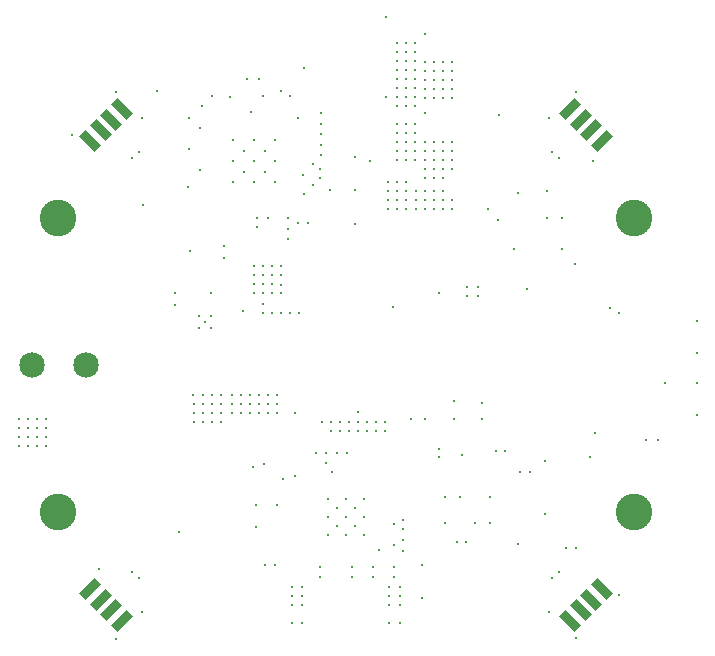
<source format=gbs>
G04 Layer_Color=16711935*
%FSAX25Y25*%
%MOIN*%
G70*
G01*
G75*
%ADD63C,0.12205*%
G04:AMPARAMS|DCode=70|XSize=31.5mil|YSize=70.87mil|CornerRadius=0mil|HoleSize=0mil|Usage=FLASHONLY|Rotation=135.000|XOffset=0mil|YOffset=0mil|HoleType=Round|Shape=Rectangle|*
%AMROTATEDRECTD70*
4,1,4,0.03619,0.01392,-0.01392,-0.03619,-0.03619,-0.01392,0.01392,0.03619,0.03619,0.01392,0.0*
%
%ADD70ROTATEDRECTD70*%

G04:AMPARAMS|DCode=71|XSize=31.5mil|YSize=70.87mil|CornerRadius=0mil|HoleSize=0mil|Usage=FLASHONLY|Rotation=225.000|XOffset=0mil|YOffset=0mil|HoleType=Round|Shape=Rectangle|*
%AMROTATEDRECTD71*
4,1,4,-0.01392,0.03619,0.03619,-0.01392,0.01392,-0.03619,-0.03619,0.01392,-0.01392,0.03619,0.0*
%
%ADD71ROTATEDRECTD71*%

%ADD129C,0.08500*%
%ADD130C,0.01200*%
D63*
X0300000Y0264500D02*
D03*
X0492000D02*
D03*
Y0362500D02*
D03*
X0300000D02*
D03*
D70*
X0310697Y0238803D02*
D03*
X0314232Y0235268D02*
D03*
X0317740Y0231760D02*
D03*
X0321303Y0228197D02*
D03*
X0481303Y0388197D02*
D03*
X0477768Y0391732D02*
D03*
X0474260Y0395240D02*
D03*
X0470697Y0398803D02*
D03*
D71*
Y0228197D02*
D03*
X0474232Y0231732D02*
D03*
X0477740Y0235240D02*
D03*
X0481303Y0238803D02*
D03*
X0321303Y0398803D02*
D03*
X0317768Y0395268D02*
D03*
X0314260Y0391760D02*
D03*
X0310697Y0388197D02*
D03*
D129*
X0309500Y0313500D02*
D03*
X0291500D02*
D03*
D130*
X0431500Y0402500D02*
D03*
X0468071Y0362500D02*
D03*
X0379000Y0276386D02*
D03*
X0375150Y0275441D02*
D03*
X0368500Y0334000D02*
D03*
Y0331000D02*
D03*
X0380500D02*
D03*
X0287000Y0289500D02*
D03*
X0290000D02*
D03*
X0293000D02*
D03*
X0296000D02*
D03*
X0287000Y0292500D02*
D03*
X0290000D02*
D03*
X0293000D02*
D03*
X0296000D02*
D03*
X0287000Y0295500D02*
D03*
X0290000D02*
D03*
X0293000D02*
D03*
X0296000D02*
D03*
X0287000Y0286500D02*
D03*
X0290000D02*
D03*
X0293000D02*
D03*
X0296000D02*
D03*
X0345000Y0303500D02*
D03*
X0345500Y0294500D02*
D03*
X0354500D02*
D03*
X0351500D02*
D03*
X0348500D02*
D03*
X0345500Y0297500D02*
D03*
Y0300500D02*
D03*
X0380000Y0396000D02*
D03*
X0339000Y0333500D02*
D03*
X0344000Y0351500D02*
D03*
X0355500Y0353228D02*
D03*
X0374500Y0343500D02*
D03*
X0365500Y0346500D02*
D03*
Y0343500D02*
D03*
Y0340500D02*
D03*
Y0337500D02*
D03*
X0374500Y0346500D02*
D03*
Y0340250D02*
D03*
Y0337500D02*
D03*
X0371500Y0346500D02*
D03*
X0368500D02*
D03*
X0371500Y0343500D02*
D03*
X0368500D02*
D03*
Y0340500D02*
D03*
X0371500D02*
D03*
Y0337500D02*
D03*
X0368500D02*
D03*
X0399000Y0360500D02*
D03*
X0463000Y0362500D02*
D03*
X0462500Y0264000D02*
D03*
X0328500Y0367000D02*
D03*
X0340500Y0258000D02*
D03*
X0425500Y0408500D02*
D03*
X0422476Y0423976D02*
D03*
X0441421Y0300705D02*
D03*
X0456547Y0338925D02*
D03*
X0310697Y0388197D02*
D03*
X0321303Y0398803D02*
D03*
X0470697D02*
D03*
X0481303Y0388197D02*
D03*
Y0238803D02*
D03*
X0470697Y0228197D02*
D03*
X0310697Y0238803D02*
D03*
X0321303Y0228197D02*
D03*
X0496000Y0288500D02*
D03*
X0500000D02*
D03*
X0502500Y0307382D02*
D03*
X0447000Y0397000D02*
D03*
X0333000Y0405000D02*
D03*
X0382000Y0412500D02*
D03*
X0327141Y0384641D02*
D03*
X0343500Y0373000D02*
D03*
X0324859Y0244641D02*
D03*
X0378000Y0239500D02*
D03*
X0381500D02*
D03*
X0324859Y0382359D02*
D03*
X0327141Y0242359D02*
D03*
X0464859Y0384641D02*
D03*
X0467141Y0244641D02*
D03*
X0464859Y0242359D02*
D03*
X0453500Y0254000D02*
D03*
X0467141Y0382359D02*
D03*
X0441500Y0295500D02*
D03*
X0388000Y0294500D02*
D03*
X0410500Y0233500D02*
D03*
Y0236500D02*
D03*
Y0239500D02*
D03*
Y0227500D02*
D03*
X0414000Y0233500D02*
D03*
Y0236500D02*
D03*
Y0227500D02*
D03*
Y0239500D02*
D03*
X0378000Y0227500D02*
D03*
Y0233500D02*
D03*
Y0236500D02*
D03*
X0381500Y0227500D02*
D03*
Y0233500D02*
D03*
Y0236500D02*
D03*
X0372886Y0267000D02*
D03*
X0366000D02*
D03*
X0409386Y0429500D02*
D03*
Y0403000D02*
D03*
X0361772Y0331500D02*
D03*
X0453500Y0371000D02*
D03*
X0463000Y0371386D02*
D03*
X0407000Y0252000D02*
D03*
X0457500Y0278000D02*
D03*
X0472500Y0347272D02*
D03*
X0468071Y0352134D02*
D03*
X0451929D02*
D03*
X0364500Y0397969D02*
D03*
X0355500Y0349272D02*
D03*
X0351000Y0337500D02*
D03*
X0339000D02*
D03*
X0376614Y0359000D02*
D03*
Y0362500D02*
D03*
X0376772Y0355500D02*
D03*
X0343728Y0385500D02*
D03*
X0363000Y0408886D02*
D03*
X0367000Y0408728D02*
D03*
X0454000Y0278000D02*
D03*
X0389500Y0284114D02*
D03*
X0386000D02*
D03*
X0391500Y0278000D02*
D03*
X0427000Y0285500D02*
D03*
X0426886Y0337500D02*
D03*
X0446000Y0285000D02*
D03*
X0422500Y0295500D02*
D03*
X0432000D02*
D03*
X0436500Y0339614D02*
D03*
X0440000D02*
D03*
X0487114Y0331000D02*
D03*
X0477500Y0283000D02*
D03*
X0368850Y0280559D02*
D03*
X0365000Y0279614D02*
D03*
X0400000Y0298000D02*
D03*
X0422476Y0397476D02*
D03*
X0343728Y0396000D02*
D03*
X0351500Y0403272D02*
D03*
X0399000Y0382772D02*
D03*
X0390772Y0372000D02*
D03*
X0399000Y0371886D02*
D03*
X0383500Y0360886D02*
D03*
X0366500Y0359386D02*
D03*
X0380000Y0360886D02*
D03*
X0366500Y0362614D02*
D03*
X0370000D02*
D03*
X0446614Y0362000D02*
D03*
X0411850Y0332750D02*
D03*
X0417866Y0295429D02*
D03*
X0463833Y0395758D02*
D03*
X0319220Y0404628D02*
D03*
X0472780Y0222372D02*
D03*
X0328167Y0231242D02*
D03*
X0472742Y0404667D02*
D03*
X0478219Y0381371D02*
D03*
X0304833Y0390242D02*
D03*
X0328129Y0395719D02*
D03*
X0319258Y0222333D02*
D03*
X0313781Y0245629D02*
D03*
X0487167Y0236758D02*
D03*
X0472772Y0252500D02*
D03*
X0462453Y0281547D02*
D03*
X0463871Y0231281D02*
D03*
X0469228Y0252500D02*
D03*
X0432000Y0301500D02*
D03*
X0443921Y0269661D02*
D03*
Y0261000D02*
D03*
X0439000D02*
D03*
X0436114Y0254500D02*
D03*
X0429157Y0261000D02*
D03*
X0432886Y0254500D02*
D03*
X0387500Y0242886D02*
D03*
X0412000D02*
D03*
X0405000D02*
D03*
X0398000D02*
D03*
X0421500Y0235988D02*
D03*
X0369000Y0246886D02*
D03*
X0372500Y0246886D02*
D03*
X0366000Y0259596D02*
D03*
X0389500Y0280886D02*
D03*
X0411886Y0260500D02*
D03*
Y0253500D02*
D03*
X0387500Y0246114D02*
D03*
X0374542Y0404957D02*
D03*
X0404000Y0381500D02*
D03*
X0387772Y0390500D02*
D03*
Y0383500D02*
D03*
Y0387000D02*
D03*
Y0397500D02*
D03*
X0387614Y0394000D02*
D03*
X0368500Y0403272D02*
D03*
X0357500Y0403000D02*
D03*
X0377383Y0403272D02*
D03*
X0348000Y0399728D02*
D03*
X0347272Y0392500D02*
D03*
X0347500Y0378500D02*
D03*
X0436500Y0336386D02*
D03*
X0440000D02*
D03*
X0483886Y0332500D02*
D03*
X0479000Y0291000D02*
D03*
X0415114Y0262000D02*
D03*
Y0258750D02*
D03*
Y0251500D02*
D03*
Y0255250D02*
D03*
X0396500Y0284114D02*
D03*
X0393000D02*
D03*
X0398000Y0246114D02*
D03*
X0405000D02*
D03*
X0412000D02*
D03*
X0421500Y0247012D02*
D03*
X0449000Y0285000D02*
D03*
X0434772Y0283500D02*
D03*
X0427000Y0282869D02*
D03*
X0434079Y0269661D02*
D03*
X0429157D02*
D03*
X0358500Y0388500D02*
D03*
X0365500D02*
D03*
X0372500D02*
D03*
X0369000Y0385000D02*
D03*
X0362000D02*
D03*
X0369000Y0378000D02*
D03*
X0372500Y0381500D02*
D03*
X0358500D02*
D03*
X0362000Y0378000D02*
D03*
X0372500Y0374500D02*
D03*
X0365500D02*
D03*
X0358500D02*
D03*
X0365500Y0381500D02*
D03*
X0410000Y0365500D02*
D03*
Y0368500D02*
D03*
Y0371500D02*
D03*
Y0374500D02*
D03*
X0416000D02*
D03*
X0413000D02*
D03*
X0416000Y0371500D02*
D03*
X0413000D02*
D03*
Y0368500D02*
D03*
X0416000D02*
D03*
Y0365500D02*
D03*
X0413000D02*
D03*
Y0412000D02*
D03*
X0416000D02*
D03*
X0419000D02*
D03*
Y0415000D02*
D03*
X0416000D02*
D03*
X0413000D02*
D03*
Y0418000D02*
D03*
X0416000D02*
D03*
X0419000D02*
D03*
X0413000Y0421000D02*
D03*
X0416000D02*
D03*
X0419000D02*
D03*
Y0400000D02*
D03*
X0416000D02*
D03*
X0413000D02*
D03*
Y0403000D02*
D03*
X0416000D02*
D03*
X0419000D02*
D03*
Y0409000D02*
D03*
X0416000D02*
D03*
X0413000D02*
D03*
Y0406000D02*
D03*
X0416000D02*
D03*
X0419000D02*
D03*
X0413000Y0382000D02*
D03*
X0416000D02*
D03*
X0419000D02*
D03*
Y0385000D02*
D03*
X0416000D02*
D03*
X0413000D02*
D03*
Y0388000D02*
D03*
X0416000D02*
D03*
X0419000D02*
D03*
Y0394000D02*
D03*
X0416000D02*
D03*
X0413000D02*
D03*
Y0391000D02*
D03*
X0416000D02*
D03*
X0419000D02*
D03*
X0371500Y0331000D02*
D03*
X0513000Y0296752D02*
D03*
Y0307500D02*
D03*
Y0317500D02*
D03*
Y0328300D02*
D03*
X0379000Y0297500D02*
D03*
X0409000Y0291500D02*
D03*
Y0294500D02*
D03*
X0406000D02*
D03*
X0403000D02*
D03*
X0400000D02*
D03*
X0397000D02*
D03*
X0394000D02*
D03*
X0391000D02*
D03*
Y0291500D02*
D03*
X0394000D02*
D03*
X0397000D02*
D03*
X0400000D02*
D03*
X0403000D02*
D03*
X0406000D02*
D03*
X0422500Y0402500D02*
D03*
X0425500D02*
D03*
X0428500D02*
D03*
Y0405500D02*
D03*
X0431500D02*
D03*
X0425500D02*
D03*
X0422500D02*
D03*
Y0408500D02*
D03*
X0428500D02*
D03*
X0431500D02*
D03*
Y0414500D02*
D03*
X0428500D02*
D03*
X0425500D02*
D03*
X0422500D02*
D03*
Y0411500D02*
D03*
X0425500D02*
D03*
X0431500D02*
D03*
X0428500D02*
D03*
Y0385000D02*
D03*
X0431500D02*
D03*
X0425500D02*
D03*
X0422500D02*
D03*
Y0388000D02*
D03*
X0425500D02*
D03*
X0428500D02*
D03*
X0431500D02*
D03*
Y0382000D02*
D03*
X0428500D02*
D03*
X0425500D02*
D03*
X0422500D02*
D03*
Y0379000D02*
D03*
X0425500D02*
D03*
X0431500D02*
D03*
X0428500D02*
D03*
Y0376000D02*
D03*
X0425500D02*
D03*
X0422500D02*
D03*
X0431500Y0368500D02*
D03*
Y0365500D02*
D03*
X0428500D02*
D03*
X0425500D02*
D03*
X0422500D02*
D03*
X0419500D02*
D03*
Y0368500D02*
D03*
X0422500D02*
D03*
X0425500D02*
D03*
X0428500D02*
D03*
Y0371500D02*
D03*
X0425500D02*
D03*
X0422500D02*
D03*
X0419500D02*
D03*
X0354500Y0297500D02*
D03*
X0351500D02*
D03*
X0348500D02*
D03*
Y0300500D02*
D03*
Y0303500D02*
D03*
X0351500Y0300500D02*
D03*
Y0303500D02*
D03*
X0354500D02*
D03*
Y0300500D02*
D03*
X0374500Y0331000D02*
D03*
X0377500D02*
D03*
X0390000Y0269000D02*
D03*
X0396000Y0263000D02*
D03*
X0393000Y0260000D02*
D03*
X0390000Y0257000D02*
D03*
X0399000Y0260000D02*
D03*
X0402000Y0257000D02*
D03*
X0390000Y0263000D02*
D03*
X0402000D02*
D03*
X0396000Y0257000D02*
D03*
X0402000Y0269000D02*
D03*
X0399000Y0266000D02*
D03*
X0396000Y0269000D02*
D03*
X0393000Y0266000D02*
D03*
X0373000Y0297500D02*
D03*
X0370000D02*
D03*
X0367000D02*
D03*
X0364000D02*
D03*
X0361000D02*
D03*
X0358000D02*
D03*
Y0300500D02*
D03*
Y0303500D02*
D03*
X0361000Y0300500D02*
D03*
Y0303500D02*
D03*
X0364000D02*
D03*
Y0300500D02*
D03*
X0367000D02*
D03*
Y0303500D02*
D03*
X0370000D02*
D03*
Y0300500D02*
D03*
X0373000D02*
D03*
Y0303500D02*
D03*
X0443228Y0365500D02*
D03*
X0387300Y0378800D02*
D03*
X0385000Y0380500D02*
D03*
X0381772Y0376710D02*
D03*
X0385000Y0373500D02*
D03*
X0382000Y0370500D02*
D03*
X0387228Y0376000D02*
D03*
X0350980Y0329953D02*
D03*
Y0326016D02*
D03*
X0347043D02*
D03*
Y0329953D02*
D03*
X0349012Y0327984D02*
D03*
M02*

</source>
